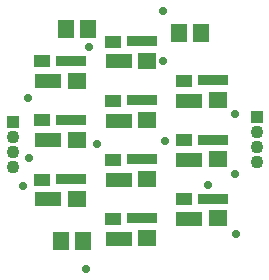
<source format=gts>
G04*
G04 #@! TF.GenerationSoftware,Altium Limited,Altium Designer,22.0.2 (36)*
G04*
G04 Layer_Color=8388736*
%FSLAX25Y25*%
%MOIN*%
G70*
G04*
G04 #@! TF.SameCoordinates,BDB2F5B1-1A73-40AD-AC5C-697C241133E4*
G04*
G04*
G04 #@! TF.FilePolarity,Negative*
G04*
G01*
G75*
%ADD17R,0.05518X0.06306*%
%ADD18R,0.06306X0.05518*%
%ADD19R,0.09061X0.05124*%
%ADD20R,0.05518X0.03943*%
%ADD21R,0.09849X0.03550*%
%ADD22C,0.04337*%
%ADD23R,0.04337X0.04337*%
%ADD24C,0.04337*%
%ADD25R,0.04337X0.04337*%
%ADD26C,0.02900*%
D17*
X-14260Y37000D02*
D03*
X-21740D02*
D03*
X-15945Y-33823D02*
D03*
X-23425D02*
D03*
X16000Y35500D02*
D03*
X23480D02*
D03*
D18*
X29075Y-6453D02*
D03*
Y13236D02*
D03*
X5453Y26362D02*
D03*
X-18169Y19799D02*
D03*
X5453Y6673D02*
D03*
X-18169Y110D02*
D03*
X5453Y-13016D02*
D03*
X-18169Y-19579D02*
D03*
X29075Y-26142D02*
D03*
X5453Y-32693D02*
D03*
D19*
X19453Y-6650D02*
D03*
Y13039D02*
D03*
X-4169Y26165D02*
D03*
X-27791Y19602D02*
D03*
X-4169Y6476D02*
D03*
X-27791Y-87D02*
D03*
X-4169Y-13213D02*
D03*
X-27791Y-19776D02*
D03*
X19453Y-26339D02*
D03*
X-4169Y-32890D02*
D03*
D20*
X17681Y-59D02*
D03*
Y19630D02*
D03*
X-5941Y32756D02*
D03*
X-29563Y26193D02*
D03*
X-5941Y13067D02*
D03*
X-29563Y6504D02*
D03*
X-5941Y-6622D02*
D03*
X-29563Y-13185D02*
D03*
X17681Y-19748D02*
D03*
X-5941Y-26299D02*
D03*
D21*
X27303Y138D02*
D03*
Y19827D02*
D03*
X3681Y32953D02*
D03*
X-19941Y26390D02*
D03*
X3681Y13264D02*
D03*
X-19941Y6701D02*
D03*
X3681Y-6425D02*
D03*
X-19941Y-12988D02*
D03*
X27303Y-19551D02*
D03*
X3681Y-26102D02*
D03*
D22*
X41866Y-7500D02*
D03*
Y-2500D02*
D03*
Y2500D02*
D03*
D23*
Y7500D02*
D03*
D24*
X-39370Y-9094D02*
D03*
Y-4095D02*
D03*
Y905D02*
D03*
D25*
Y5906D02*
D03*
D26*
X-11500Y-1500D02*
D03*
X11321Y-495D02*
D03*
X25751Y-15000D02*
D03*
X-15000Y-43000D02*
D03*
X10722Y26347D02*
D03*
X10500Y43000D02*
D03*
X-34000Y-6000D02*
D03*
X-34500Y14000D02*
D03*
X-14000Y31000D02*
D03*
X35000Y-31500D02*
D03*
X-36000Y-15500D02*
D03*
X34500Y8500D02*
D03*
Y-11500D02*
D03*
M02*

</source>
